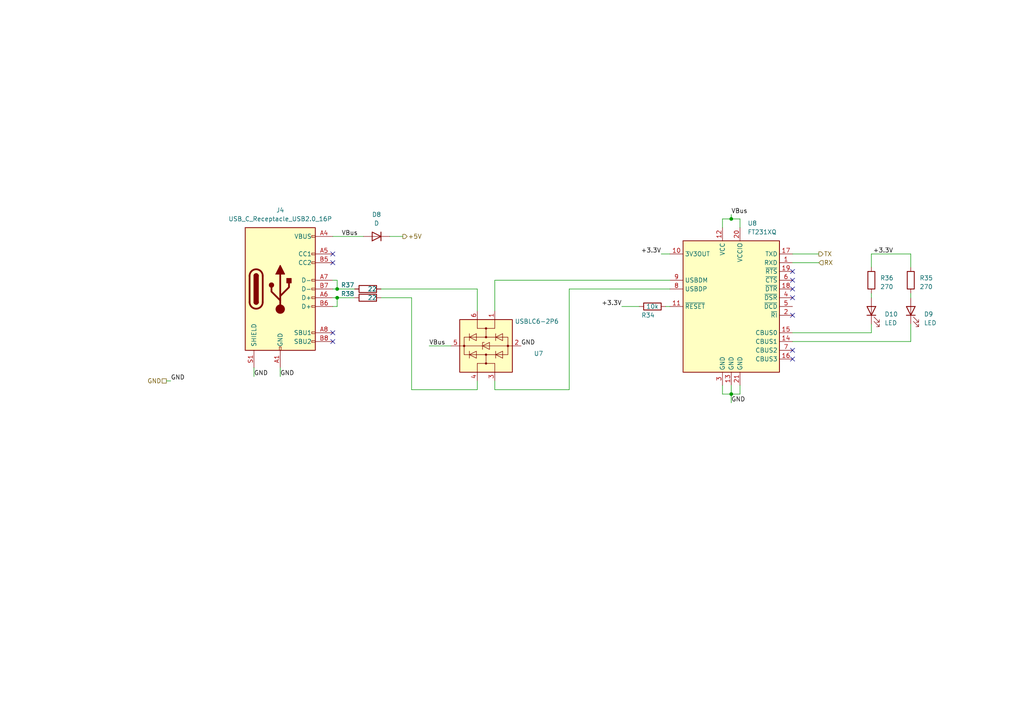
<source format=kicad_sch>
(kicad_sch (version 20231120) (generator "eeschema") (generator_version "8.0")
  (paper "A4")
  (lib_symbols
    (symbol "Connector:USB_C_Receptacle_USB2.0_16P" (pin_names (offset 1.016))
      (property "Reference" "J" (at 0 22.225 0))
      (property "Value" "USB_C_Receptacle_USB2.0_16P" (at 0 19.685 0))
      (symbol "USB_C_Receptacle_USB2.0_16P_0_0"
        (rectangle (start -0.254 -17.78) (end 0.254 -16.764))
        (rectangle (start 10.16 -14.986) (end 9.144 -15.494))
        (rectangle (start 10.16 -12.446) (end 9.144 -12.954))
        (rectangle (start 10.16 -4.826) (end 9.144 -5.334))
        (rectangle (start 10.16 -2.286) (end 9.144 -2.794))
        (rectangle (start 10.16 0.254) (end 9.144 -0.254))
        (rectangle (start 10.16 2.794) (end 9.144 2.286))
        (rectangle (start 10.16 7.874) (end 9.144 7.366))
        (rectangle (start 10.16 10.414) (end 9.144 9.906))
        (rectangle (start 10.16 15.494) (end 9.144 14.986))
      )
      (symbol "USB_C_Receptacle_USB2.0_16P_0_1"
        (rectangle (start -10.16 17.78) (end 10.16 -17.78) (stroke (width 0.254)) (fill (type background)))
        (arc (start -8.89 -3.81) (mid -6.985 -5.7067) (end -5.08 -3.81) (stroke (width 0.508)))
        (arc (start -7.62 -3.81) (mid -6.985 -4.4423) (end -6.35 -3.81) (stroke (width 0.254)))
        (arc (start -7.62 -3.81) (mid -6.985 -4.4423) (end -6.35 -3.81) (stroke (width 0.254)) (fill (type outline)))
        (rectangle (start -7.62 -3.81) (end -6.35 3.81) (stroke (width 0.254)) (fill (type outline)))
        (arc (start -6.35 3.81) (mid -6.985 4.4423) (end -7.62 3.81) (stroke (width 0.254)))
        (arc (start -6.35 3.81) (mid -6.985 4.4423) (end -7.62 3.81) (stroke (width 0.254)) (fill (type outline)))
        (arc (start -5.08 3.81) (mid -6.985 5.7067) (end -8.89 3.81) (stroke (width 0.508)))
        (circle (center -2.54 1.143) (radius 0.635) (stroke (width 0.254)) (fill (type outline)))
        (circle (center 0 -5.842) (radius 1.27) (fill (type outline)))
        (polyline (pts (xy -8.89 -3.81) (xy -8.89 3.81)) (stroke (width 0.508)))
        (polyline (pts (xy -5.08 3.81) (xy -5.08 -3.81)) (stroke (width 0.508)))
        (polyline (pts (xy 0 -5.842) (xy 0 4.318)) (stroke (width 0.508)))
        (polyline (pts (xy 0 -3.302) (xy -2.54 -0.762) (xy -2.54 0.508)) (stroke (width 0.508)))
        (polyline (pts (xy 0 -2.032) (xy 2.54 0.508) (xy 2.54 1.778)) (stroke (width 0.508)))
        (polyline (pts (xy -1.27 4.318) (xy 0 6.858) (xy 1.27 4.318) (xy -1.27 4.318)) (stroke (width 0.254)) (fill (type outline)))
        (rectangle (start 1.905 1.778) (end 3.175 3.048) (stroke (width 0.254)) (fill (type outline)))
      )
      (symbol "USB_C_Receptacle_USB2.0_16P_1_1"
        (pin passive line (at 0 -22.86 90) (length 5.08) (name "GND") (number "A1"))
        (pin passive line (at 0 -22.86 90) (length 5.08) hide (name "GND") (number "A12"))
        (pin passive line (at 15.24 15.24 180) (length 5.08) (name "VBUS") (number "A4"))
        (pin bidirectional line (at 15.24 10.16 180) (length 5.08) (name "CC1") (number "A5"))
        (pin bidirectional line (at 15.24 -2.54 180) (length 5.08) (name "D+") (number "A6"))
        (pin bidirectional line (at 15.24 2.54 180) (length 5.08) (name "D-") (number "A7"))
        (pin bidirectional line (at 15.24 -12.7 180) (length 5.08) (name "SBU1") (number "A8"))
        (pin passive line (at 15.24 15.24 180) (length 5.08) hide (name "VBUS") (number "A9"))
        (pin passive line (at 0 -22.86 90) (length 5.08) hide (name "GND") (number "B1"))
        (pin passive line (at 0 -22.86 90) (length 5.08) hide (name "GND") (number "B12"))
        (pin passive line (at 15.24 15.24 180) (length 5.08) hide (name "VBUS") (number "B4"))
        (pin bidirectional line (at 15.24 7.62 180) (length 5.08) (name "CC2") (number "B5"))
        (pin bidirectional line (at 15.24 -5.08 180) (length 5.08) (name "D+") (number "B6"))
        (pin bidirectional line (at 15.24 0 180) (length 5.08) (name "D-") (number "B7"))
        (pin bidirectional line (at 15.24 -15.24 180) (length 5.08) (name "SBU2") (number "B8"))
        (pin passive line (at 15.24 15.24 180) (length 5.08) hide (name "VBUS") (number "B9"))
        (pin passive line (at -7.62 -22.86 90) (length 5.08) (name "SHIELD") (number "S1"))
      )
    )
    (symbol "Device:D" (pin_numbers hide) (pin_names (offset 1.016) hide)
      (property "Reference" "D" (at 0 2.54 0))
      (property "Value" "D" (at 0 -2.54 0))
      (symbol "D_0_1"
        (polyline (pts (xy -1.27 1.27) (xy -1.27 -1.27)) (stroke (width 0.254)))
        (polyline (pts (xy 1.27 0) (xy -1.27 0)))
        (polyline (pts (xy 1.27 1.27) (xy 1.27 -1.27) (xy -1.27 0) (xy 1.27 1.27)) (stroke (width 0.254)))
      )
      (symbol "D_1_1"
        (pin passive line (at -3.81 0 0) (length 2.54) (name "K") (number "1"))
        (pin passive line (at 3.81 0 180) (length 2.54) (name "A") (number "2"))
      )
    )
    (symbol "Device:LED" (pin_numbers hide) (pin_names (offset 1.016) hide)
      (property "Reference" "D" (at 0 2.54 0))
      (property "Value" "LED" (at 0 -2.54 0))
      (symbol "LED_0_1"
        (polyline (pts (xy -1.27 -1.27) (xy -1.27 1.27)) (stroke (width 0.254)))
        (polyline (pts (xy -1.27 0) (xy 1.27 0)))
        (polyline (pts (xy 1.27 -1.27) (xy 1.27 1.27) (xy -1.27 0) (xy 1.27 -1.27)) (stroke (width 0.254)))
        (polyline (pts (xy -3.048 -0.762) (xy -4.572 -2.286) (xy -3.81 -2.286) (xy -4.572 -2.286) (xy -4.572 -1.524)))
        (polyline (pts (xy -1.778 -0.762) (xy -3.302 -2.286) (xy -2.54 -2.286) (xy -3.302 -2.286) (xy -3.302 -1.524)))
      )
      (symbol "LED_1_1"
        (pin passive line (at -3.81 0 0) (length 2.54) (name "K") (number "1"))
        (pin passive line (at 3.81 0 180) (length 2.54) (name "A") (number "2"))
      )
    )
    (symbol "Device:R" (pin_numbers hide) (pin_names (offset 0))
      (property "Reference" "R" (at 2.032 0 90))
      (property "Value" "R" (at 0 0 90))
      (symbol "R_0_1"
        (rectangle (start -1.016 -2.54) (end 1.016 2.54) (stroke (width 0.254)))
      )
      (symbol "R_1_1"
        (pin passive line (at 0 3.81 270) (length 1.27) (name "~") (number "1"))
        (pin passive line (at 0 -3.81 90) (length 1.27) (name "~") (number "2"))
      )
    )
    (symbol "Interface_USB:FT231XQ"
      (property "Reference" "U" (at -13.97 20.32 0))
      (property "Value" "FT231XQ" (at 6.35 20.32 0))
      (symbol "FT231XQ_0_1"
        (rectangle (start -13.97 19.05) (end 13.97 -19.05) (stroke (width 0.254)) (fill (type background)))
      )
      (symbol "FT231XQ_1_1"
        (pin input line (at 17.78 12.7 180) (length 3.81) (name "RXD") (number "1"))
        (pin power_out line (at -17.78 15.24 0) (length 3.81) (name "3V3OUT") (number "10"))
        (pin input line (at -17.78 0 0) (length 3.81) (name "~{RESET}") (number "11"))
        (pin power_in line (at -2.54 22.86 270) (length 3.81) (name "VCC") (number "12"))
        (pin power_in line (at 0 -22.86 90) (length 3.81) (name "GND") (number "13"))
        (pin bidirectional line (at 17.78 -10.16 180) (length 3.81) (name "CBUS1") (number "14"))
        (pin bidirectional line (at 17.78 -7.62 180) (length 3.81) (name "CBUS0") (number "15"))
        (pin bidirectional line (at 17.78 -15.24 180) (length 3.81) (name "CBUS3") (number "16"))
        (pin output line (at 17.78 15.24 180) (length 3.81) (name "TXD") (number "17"))
        (pin output line (at 17.78 5.08 180) (length 3.81) (name "~{DTR}") (number "18"))
        (pin output line (at 17.78 10.16 180) (length 3.81) (name "~{RTS}") (number "19"))
        (pin input line (at 17.78 -2.54 180) (length 3.81) (name "~{RI}") (number "2"))
        (pin power_in line (at 2.54 22.86 270) (length 3.81) (name "VCCIO") (number "20"))
        (pin power_in line (at 2.54 -22.86 90) (length 3.81) (name "GND") (number "21"))
        (pin power_in line (at -2.54 -22.86 90) (length 3.81) (name "GND") (number "3"))
        (pin input line (at 17.78 2.54 180) (length 3.81) (name "~{DSR}") (number "4"))
        (pin input line (at 17.78 0 180) (length 3.81) (name "~{DCD}") (number "5"))
        (pin input line (at 17.78 7.62 180) (length 3.81) (name "~{CTS}") (number "6"))
        (pin bidirectional line (at 17.78 -12.7 180) (length 3.81) (name "CBUS2") (number "7"))
        (pin bidirectional line (at -17.78 5.08 0) (length 3.81) (name "USBDP") (number "8"))
        (pin bidirectional line (at -17.78 7.62 0) (length 3.81) (name "USBDM") (number "9"))
      )
    )
    (symbol "Power_Protection:USBLC6-2P6" (pin_names hide)
      (property "Reference" "U" (at 2.54 8.89 0))
      (property "Value" "USBLC6-2P6" (at 2.54 -8.89 0))
      (symbol "USBLC6-2P6_0_1"
        (rectangle (start -7.62 -7.62) (end 7.62 7.62) (stroke (width 0.254)) (fill (type background)))
        (circle (center -5.08 0) (radius 0.254) (fill (type outline)))
        (circle (center -2.54 0) (radius 0.254) (fill (type outline)))
        (rectangle (start -2.54 6.35) (end 2.54 -6.35))
        (circle (center 0 -6.35) (radius 0.254) (fill (type outline)))
        (polyline (pts (xy -5.08 -2.54) (xy -7.62 -2.54)))
        (polyline (pts (xy -5.08 0) (xy -5.08 -2.54)))
        (polyline (pts (xy -5.08 2.54) (xy -7.62 2.54)))
        (polyline (pts (xy -1.524 -2.794) (xy -3.556 -2.794)))
        (polyline (pts (xy -1.524 4.826) (xy -3.556 4.826)))
        (polyline (pts (xy 0 -7.62) (xy 0 -6.35)))
        (polyline (pts (xy 0 -6.35) (xy 0 1.27)))
        (polyline (pts (xy 0 1.27) (xy 0 6.35)))
        (polyline (pts (xy 0 6.35) (xy 0 7.62)))
        (polyline (pts (xy 1.524 -2.794) (xy 3.556 -2.794)))
        (polyline (pts (xy 1.524 4.826) (xy 3.556 4.826)))
        (polyline (pts (xy 5.08 -2.54) (xy 7.62 -2.54)))
        (polyline (pts (xy 5.08 0) (xy 5.08 -2.54)))
        (polyline (pts (xy 5.08 2.54) (xy 7.62 2.54)))
        (polyline (pts (xy -2.54 0) (xy -5.08 0) (xy -5.08 2.54)))
        (polyline (pts (xy 2.54 0) (xy 5.08 0) (xy 5.08 2.54)))
        (polyline (pts (xy -3.556 -4.826) (xy -1.524 -4.826) (xy -2.54 -2.794) (xy -3.556 -4.826)))
        (polyline (pts (xy -3.556 2.794) (xy -1.524 2.794) (xy -2.54 4.826) (xy -3.556 2.794)))
        (polyline (pts (xy -1.016 -1.016) (xy 1.016 -1.016) (xy 0 1.016) (xy -1.016 -1.016)))
        (polyline (pts (xy 1.016 1.016) (xy 0.762 1.016) (xy -1.016 1.016) (xy -1.016 0.508)))
        (polyline (pts (xy 3.556 -4.826) (xy 1.524 -4.826) (xy 2.54 -2.794) (xy 3.556 -4.826)))
        (polyline (pts (xy 3.556 2.794) (xy 1.524 2.794) (xy 2.54 4.826) (xy 3.556 2.794)))
        (circle (center 0 6.35) (radius 0.254) (fill (type outline)))
        (circle (center 2.54 0) (radius 0.254) (fill (type outline)))
        (circle (center 5.08 0) (radius 0.254) (fill (type outline)))
      )
      (symbol "USBLC6-2P6_1_1"
        (pin passive line (at -10.16 -2.54 0) (length 2.54) (name "I/O1") (number "1"))
        (pin passive line (at 0 -10.16 90) (length 2.54) (name "GND") (number "2"))
        (pin passive line (at 10.16 -2.54 180) (length 2.54) (name "I/O2") (number "3"))
        (pin passive line (at 10.16 2.54 180) (length 2.54) (name "I/O2") (number "4"))
        (pin passive line (at 0 10.16 270) (length 2.54) (name "VBUS") (number "5"))
        (pin passive line (at -10.16 2.54 0) (length 2.54) (name "I/O1") (number "6"))
      )
    )
  )
  (junction (at 97.79 86.36))
  (junction (at 212.09 114.3))
  (junction (at 212.09 63.5))
  (junction (at 97.79 83.82))
  (no_connect (at 96.52 73.66))
  (no_connect (at 229.87 104.14))
  (no_connect (at 229.87 86.36))
  (no_connect (at 229.87 78.74))
  (no_connect (at 229.87 101.6))
  (no_connect (at 229.87 81.28))
  (no_connect (at 229.87 91.44))
  (no_connect (at 96.52 99.06))
  (no_connect (at 96.52 76.2))
  (no_connect (at 229.87 83.82))
  (no_connect (at 96.52 96.52))
  (wire (pts (xy 143.51 110.49) (xy 143.51 113.03)))
  (wire (pts (xy 212.09 114.3) (xy 212.09 116.84)))
  (wire (pts (xy 264.16 73.66) (xy 264.16 77.47)))
  (wire (pts (xy 191.77 73.66) (xy 194.31 73.66)))
  (wire (pts (xy 81.28 106.68) (xy 81.28 109.22)))
  (wire (pts (xy 110.49 83.82) (xy 138.43 83.82)))
  (wire (pts (xy 214.63 114.3) (xy 212.09 114.3)))
  (wire (pts (xy 48.26 110.49) (xy 49.53 110.49)))
  (wire (pts (xy 110.49 86.36) (xy 119.38 86.36)))
  (wire (pts (xy 252.73 77.47) (xy 252.73 73.66)))
  (wire (pts (xy 209.55 114.3) (xy 212.09 114.3)))
  (wire (pts (xy 212.09 111.76) (xy 212.09 114.3)))
  (wire (pts (xy 180.34 88.9) (xy 185.42 88.9)))
  (wire (pts (xy 97.79 81.28) (xy 97.79 83.82)))
  (wire (pts (xy 96.52 83.82) (xy 97.79 83.82)))
  (wire (pts (xy 229.87 73.66) (xy 237.49 73.66)))
  (wire (pts (xy 209.55 66.04) (xy 209.55 63.5)))
  (wire (pts (xy 165.1 113.03) (xy 165.1 83.82)))
  (wire (pts (xy 124.46 100.33) (xy 130.81 100.33)))
  (wire (pts (xy 214.63 111.76) (xy 214.63 114.3)))
  (wire (pts (xy 252.73 96.52) (xy 252.73 93.98)))
  (wire (pts (xy 73.66 106.68) (xy 73.66 109.22)))
  (wire (pts (xy 143.51 81.28) (xy 143.51 90.17)))
  (wire (pts (xy 97.79 88.9) (xy 97.79 86.36)))
  (wire (pts (xy 113.03 68.58) (xy 116.84 68.58)))
  (wire (pts (xy 193.04 88.9) (xy 194.31 88.9)))
  (wire (pts (xy 138.43 113.03) (xy 138.43 110.49)))
  (wire (pts (xy 96.52 88.9) (xy 97.79 88.9)))
  (wire (pts (xy 209.55 111.76) (xy 209.55 114.3)))
  (wire (pts (xy 119.38 86.36) (xy 119.38 113.03)))
  (wire (pts (xy 143.51 81.28) (xy 194.31 81.28)))
  (wire (pts (xy 229.87 76.2) (xy 237.49 76.2)))
  (wire (pts (xy 119.38 113.03) (xy 138.43 113.03)))
  (wire (pts (xy 138.43 83.82) (xy 138.43 90.17)))
  (wire (pts (xy 96.52 86.36) (xy 97.79 86.36)))
  (wire (pts (xy 212.09 62.23) (xy 212.09 63.5)))
  (wire (pts (xy 212.09 63.5) (xy 214.63 63.5)))
  (wire (pts (xy 264.16 99.06) (xy 264.16 93.98)))
  (wire (pts (xy 214.63 66.04) (xy 214.63 63.5)))
  (wire (pts (xy 209.55 63.5) (xy 212.09 63.5)))
  (wire (pts (xy 229.87 96.52) (xy 252.73 96.52)))
  (wire (pts (xy 97.79 83.82) (xy 102.87 83.82)))
  (wire (pts (xy 252.73 73.66) (xy 264.16 73.66)))
  (wire (pts (xy 143.51 113.03) (xy 165.1 113.03)))
  (wire (pts (xy 97.79 86.36) (xy 102.87 86.36)))
  (wire (pts (xy 96.52 81.28) (xy 97.79 81.28)))
  (wire (pts (xy 96.52 68.58) (xy 105.41 68.58)))
  (wire (pts (xy 165.1 83.82) (xy 194.31 83.82)))
  (wire (pts (xy 229.87 99.06) (xy 264.16 99.06)))
  (wire (pts (xy 252.73 85.09) (xy 252.73 86.36)))
  (wire (pts (xy 264.16 85.09) (xy 264.16 86.36)))
  (label "+3.3V" (at 180.34 88.9 180))
  (label "GND" (at 212.09 116.84 0))
  (label "+3.3V" (at 191.77 73.66 180))
  (label "GND" (at 49.53 110.49 0))
  (label "GND" (at 73.66 109.22 0))
  (label "VBus" (at 124.46 100.33 0))
  (label "GND" (at 151.13 100.33 0))
  (label "VBus" (at 99.06 68.58 0))
  (label "VBus" (at 212.09 62.23 0))
  (label "+3.3V" (at 259.08 73.66 180))
  (label "GND" (at 81.28 109.22 0))
  (hierarchical_label "GND" (shape passive) (at 48.26 110.49 180))
  (hierarchical_label "RX" (shape input) (at 237.49 76.2 0))
  (hierarchical_label "TX" (shape output) (at 237.49 73.66 0))
  (hierarchical_label "+5V" (shape output) (at 116.84 68.58 0))
  (symbol (lib_id "Device:R") (at 189.23 88.9 90) (unit 1)
    (property "Reference" "R34" (at 187.96 91.44 90))
    (property "Value" "10k" (at 189.23 88.9 90))
    (property "Footprint" "Resistor_SMD:R_0603_1608Metric" (effects (hide yes)))
  )
  (symbol (lib_id "Device:R") (at 106.68 83.82 90) (unit 1)
    (property "Reference" "R37" (at 100.838 82.677 90))
    (property "Value" "22" (at 107.95 83.82 90))
    (property "Footprint" "Resistor_SMD:R_0603_1608Metric" (effects (hide yes)))
  )
  (symbol (lib_id "Device:R") (at 252.73 81.28 0) (unit 1)
    (property "Reference" "R36" (at 255.27 80.645 0) (effects (justify left)))
    (property "Value" "270" (at 255.27 83.185 0) (effects (justify left)))
    (property "Footprint" "Resistor_SMD:R_0603_1608Metric" (effects (hide yes)))
  )
  (symbol (lib_id "Power_Protection:USBLC6-2P6") (at 140.97 100.33 90) (mirror x) (unit 1)
    (property "Reference" "U7" (at 156.21 102.5459 90))
    (property "Value" "USBLC6-2P6" (at 155.702 93.218 90))
    (property "Footprint" "Package_TO_SOT_SMD:SOT-666" (effects (hide yes)))
    (property "Datasheet" "https://www.st.com/resource/en/datasheet/usblc6-2.pdf" (effects (hide yes)))
  )
  (symbol (lib_id "Interface_USB:FT231XQ") (at 212.09 88.9 0) (unit 1)
    (property "Reference" "U8" (at 216.8241 64.77 0) (effects (justify left)))
    (property "Value" "FT231XQ" (at 216.8241 67.31 0) (effects (justify left)))
    (property "Footprint" "Package_SO:HTSSOP-20-1EP_4.4x6.5mm_P0.65mm_EP3.4x6.5mm" (effects (hide yes)))
    (property "Datasheet" "https://www.ftdichip.com/Support/Documents/DataSheets/ICs/DS_FT231X.pdf" (effects (hide yes)))
  )
  (symbol (lib_id "Device:LED") (at 264.16 90.17 90) (unit 1)
    (property "Reference" "D9" (at 267.97 91.1225 90) (effects (justify right)))
    (property "Value" "LED" (at 267.97 93.6625 90) (effects (justify right)))
    (property "Footprint" "LED_SMD:LED_0805_2012Metric" (effects (hide yes)))
  )
  (symbol (lib_id "Device:R") (at 106.68 86.36 90) (unit 1)
    (property "Reference" "R38" (at 100.838 85.217 90))
    (property "Value" "22" (at 107.95 86.36 90))
    (property "Footprint" "Resistor_SMD:R_0603_1608Metric" (effects (hide yes)))
  )
  (symbol (lib_id "Device:R") (at 264.16 81.28 0) (unit 1)
    (property "Reference" "R35" (at 266.7 80.645 0) (effects (justify left)))
    (property "Value" "270" (at 266.7 83.185 0) (effects (justify left)))
    (property "Footprint" "Resistor_SMD:R_0603_1608Metric" (effects (hide yes)))
  )
  (symbol (lib_id "Device:D") (at 109.22 68.58 180) (unit 1)
    (property "Reference" "D8" (at 109.22 62.23 0))
    (property "Value" "D" (at 109.22 64.77 0))
    (property "Footprint" "Diode_SMD:D_0805_2012Metric" (effects (hide yes)))
    (property "Sim.Device" "D" (effects (hide yes)))
    (property "Sim.Pins" "1=K 2=A" (effects (hide yes)))
  )
  (symbol (lib_id "Device:LED") (at 252.73 90.17 90) (unit 1)
    (property "Reference" "D10" (at 256.54 91.1225 90) (effects (justify right)))
    (property "Value" "LED" (at 256.54 93.6625 90) (effects (justify right)))
    (property "Footprint" "LED_SMD:LED_0805_2012Metric" (effects (hide yes)))
  )
  (symbol (lib_id "Connector:USB_C_Receptacle_USB2.0_16P") (at 81.28 83.82 0) (unit 1)
    (property "Reference" "J4" (at 81.28 60.96 0))
    (property "Value" "USB_C_Receptacle_USB2.0_16P" (at 81.28 63.5 0))
    (property "Footprint" "Connector_USB:USB_C_Receptacle_GCT_USB4085" (effects (hide yes)))
    (property "Datasheet" "https://www.usb.org/sites/default/files/documents/usb_type-c.zip" (effects (hide yes)))
    (property "Description" "USB 2.0-only 16P Type-C Receptacle connector" (effects (hide yes)))
  )
)
</source>
